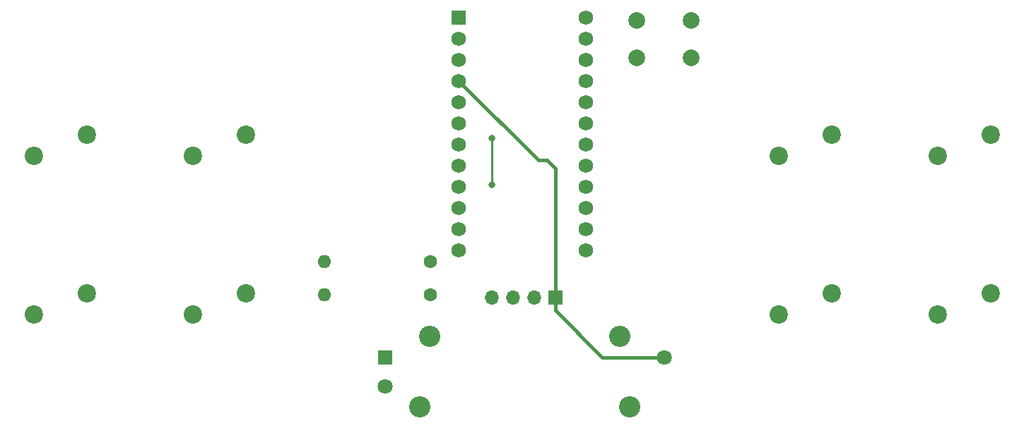
<source format=gbr>
%TF.GenerationSoftware,KiCad,Pcbnew,(7.0.0)*%
%TF.CreationDate,2023-07-31T10:46:51-07:00*%
%TF.ProjectId,macropad-V3,6d616372-6f70-4616-942d-56332e6b6963,rev?*%
%TF.SameCoordinates,Original*%
%TF.FileFunction,Copper,L1,Top*%
%TF.FilePolarity,Positive*%
%FSLAX46Y46*%
G04 Gerber Fmt 4.6, Leading zero omitted, Abs format (unit mm)*
G04 Created by KiCad (PCBNEW (7.0.0)) date 2023-07-31 10:46:51*
%MOMM*%
%LPD*%
G01*
G04 APERTURE LIST*
%TA.AperFunction,ComponentPad*%
%ADD10C,2.200000*%
%TD*%
%TA.AperFunction,ComponentPad*%
%ADD11C,2.000000*%
%TD*%
%TA.AperFunction,ComponentPad*%
%ADD12C,1.600000*%
%TD*%
%TA.AperFunction,ComponentPad*%
%ADD13O,1.600000X1.600000*%
%TD*%
%TA.AperFunction,ComponentPad*%
%ADD14R,1.752600X1.752600*%
%TD*%
%TA.AperFunction,ComponentPad*%
%ADD15C,1.752600*%
%TD*%
%TA.AperFunction,ComponentPad*%
%ADD16R,1.700000X1.700000*%
%TD*%
%TA.AperFunction,ComponentPad*%
%ADD17O,1.700000X1.700000*%
%TD*%
%TA.AperFunction,ComponentPad*%
%ADD18R,1.800000X1.800000*%
%TD*%
%TA.AperFunction,ComponentPad*%
%ADD19C,1.800000*%
%TD*%
%TA.AperFunction,ComponentPad*%
%ADD20C,2.550000*%
%TD*%
%TA.AperFunction,ViaPad*%
%ADD21C,0.800000*%
%TD*%
%TA.AperFunction,Conductor*%
%ADD22C,0.381000*%
%TD*%
%TA.AperFunction,Conductor*%
%ADD23C,0.250000*%
%TD*%
G04 APERTURE END LIST*
D10*
%TO.P,MX7,1,1*%
%TO.N,KEY6*%
X196088000Y-67818000D03*
%TO.P,MX7,2,2*%
%TO.N,GND*%
X189738000Y-70358000D03*
%TD*%
%TO.P,MX2,1,1*%
%TO.N,KEY1*%
X87757000Y-86868000D03*
%TO.P,MX2,2,2*%
%TO.N,GND*%
X81407000Y-89408000D03*
%TD*%
D11*
%TO.P,SW1,1,1*%
%TO.N,GND*%
X153670000Y-54102000D03*
X160170000Y-54102000D03*
%TO.P,SW1,2,2*%
%TO.N,Net-(U1-RST)*%
X153670000Y-58602000D03*
X160170000Y-58602000D03*
%TD*%
D12*
%TO.P,R3,1*%
%TO.N,SDA*%
X128905000Y-83058000D03*
D13*
%TO.P,R3,2*%
%TO.N,VCC*%
X116204999Y-83057999D03*
%TD*%
D10*
%TO.P,MX6,1,1*%
%TO.N,KEY5*%
X177038000Y-86868000D03*
%TO.P,MX6,2,2*%
%TO.N,GND*%
X170688000Y-89408000D03*
%TD*%
%TO.P,MX4,1,1*%
%TO.N,KEY3*%
X106807000Y-86868000D03*
%TO.P,MX4,2,2*%
%TO.N,GND*%
X100457000Y-89408000D03*
%TD*%
%TO.P,MX5,1,1*%
%TO.N,KEY4*%
X177038000Y-67818000D03*
%TO.P,MX5,2,2*%
%TO.N,GND*%
X170688000Y-70358000D03*
%TD*%
D14*
%TO.P,U1,1,TX*%
%TO.N,unconnected-(U1-TX-Pad1)*%
X132333999Y-53720999D03*
D15*
%TO.P,U1,2,RX*%
%TO.N,unconnected-(U1-RX-Pad2)*%
X132334000Y-56261000D03*
%TO.P,U1,3,GND*%
%TO.N,GND*%
X132334000Y-58801000D03*
%TO.P,U1,4,GND*%
X132334000Y-61341000D03*
%TO.P,U1,5,2*%
%TO.N,SDA*%
X132334000Y-63881000D03*
%TO.P,U1,6,3*%
%TO.N,SCL*%
X132334000Y-66421000D03*
%TO.P,U1,7,4*%
%TO.N,KEY0*%
X132334000Y-68961000D03*
%TO.P,U1,8,5*%
%TO.N,KEY1*%
X132334000Y-71501000D03*
%TO.P,U1,9,6*%
%TO.N,KEY2*%
X132334000Y-74041000D03*
%TO.P,U1,10,7*%
%TO.N,KEY3*%
X132334000Y-76581000D03*
%TO.P,U1,11,8*%
%TO.N,unconnected-(U1-8-Pad11)*%
X132334000Y-79121000D03*
%TO.P,U1,12,9*%
%TO.N,unconnected-(U1-9-Pad12)*%
X132334000Y-81661000D03*
%TO.P,U1,13,10*%
%TO.N,KEY5*%
X147574000Y-81661000D03*
%TO.P,U1,14,16*%
%TO.N,KEY7*%
X147574000Y-79121000D03*
%TO.P,U1,15,14*%
%TO.N,KEY6*%
X147574000Y-76581000D03*
%TO.P,U1,16,15*%
%TO.N,KEY4*%
X147574000Y-74041000D03*
%TO.P,U1,17,A0*%
%TO.N,ADC0*%
X147574000Y-71501000D03*
%TO.P,U1,18,A1*%
%TO.N,unconnected-(U1-A1-Pad18)*%
X147574000Y-68961000D03*
%TO.P,U1,19,A2*%
%TO.N,unconnected-(U1-A2-Pad19)*%
X147574000Y-66421000D03*
%TO.P,U1,20,A3*%
%TO.N,unconnected-(U1-A3-Pad20)*%
X147574000Y-63881000D03*
%TO.P,U1,21,VCC*%
%TO.N,VCC*%
X147574000Y-61341000D03*
%TO.P,U1,22,RST*%
%TO.N,Net-(U1-RST)*%
X147574000Y-58801000D03*
%TO.P,U1,23,GND*%
%TO.N,GND*%
X147574000Y-56261000D03*
%TO.P,U1,24,RAW*%
%TO.N,unconnected-(U1-RAW-Pad24)*%
X147574000Y-53721000D03*
%TD*%
D10*
%TO.P,MX8,1,1*%
%TO.N,KEY7*%
X196088000Y-86868000D03*
%TO.P,MX8,2,2*%
%TO.N,GND*%
X189738000Y-89408000D03*
%TD*%
D16*
%TO.P,128x32oLed1,1,Pin_1*%
%TO.N,GND*%
X143902999Y-87337999D03*
D17*
%TO.P,128x32oLed1,2,Pin_2*%
%TO.N,VCC*%
X141362999Y-87337999D03*
%TO.P,128x32oLed1,3,Pin_3*%
%TO.N,SCL*%
X138822999Y-87337999D03*
%TO.P,128x32oLed1,4,Pin_4*%
%TO.N,SDA*%
X136282999Y-87337999D03*
%TD*%
D10*
%TO.P,MX1,1,1*%
%TO.N,KEY0*%
X87757000Y-67818000D03*
%TO.P,MX1,2,2*%
%TO.N,GND*%
X81407000Y-70358000D03*
%TD*%
D12*
%TO.P,R2,1*%
%TO.N,SCL*%
X128905000Y-86995000D03*
D13*
%TO.P,R2,2*%
%TO.N,VCC*%
X116204999Y-86994999D03*
%TD*%
D10*
%TO.P,MX3,1,1*%
%TO.N,KEY2*%
X106807000Y-67818000D03*
%TO.P,MX3,2,2*%
%TO.N,GND*%
X100457000Y-70358000D03*
%TD*%
D18*
%TO.P,R1,1*%
%TO.N,VCC*%
X123503499Y-94515999D03*
D19*
%TO.P,R1,2*%
%TO.N,ADC0*%
X123503500Y-98016000D03*
%TO.P,R1,3*%
%TO.N,GND*%
X157003500Y-94516000D03*
D20*
%TO.P,R1,S1*%
%TO.N,N/C*%
X128853500Y-92016000D03*
%TO.P,R1,S2*%
X127653500Y-100516000D03*
%TO.P,R1,S3*%
X151653500Y-92016000D03*
%TO.P,R1,S4*%
X152853500Y-100516000D03*
%TD*%
D21*
%TO.N,SDA*%
X136271000Y-73787000D03*
X136271000Y-68199000D03*
%TD*%
D22*
%TO.N,GND*%
X143903000Y-88912000D02*
X143903000Y-87338000D01*
X157003500Y-94516000D02*
X149507000Y-94516000D01*
X143903000Y-87338000D02*
X143903000Y-71894000D01*
X132334000Y-61341000D02*
X141859000Y-70866000D01*
X149507000Y-94516000D02*
X143903000Y-88912000D01*
X141859000Y-70866000D02*
X142875000Y-70866000D01*
X143903000Y-71894000D02*
X142875000Y-70866000D01*
D23*
%TO.N,SDA*%
X136271000Y-73787000D02*
X136271000Y-68199000D01*
%TD*%
M02*

</source>
